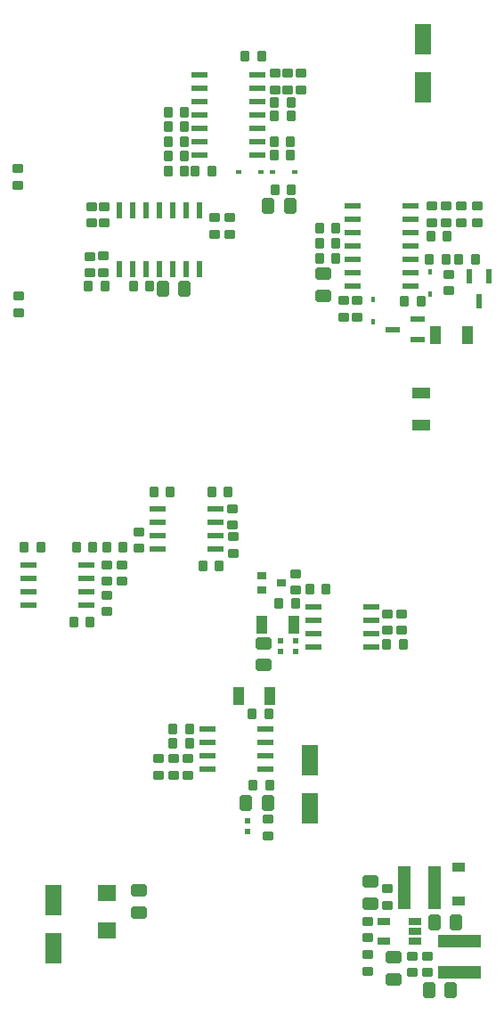
<source format=gbp>
G04*
G04 #@! TF.GenerationSoftware,Altium Limited,Altium Designer,23.4.1 (23)*
G04*
G04 Layer_Color=128*
%FSLAX25Y25*%
%MOIN*%
G70*
G04*
G04 #@! TF.SameCoordinates,B679403E-95BF-4892-A0A7-9FFFC668BED6*
G04*
G04*
G04 #@! TF.FilePolarity,Positive*
G04*
G01*
G75*
G04:AMPARAMS|DCode=17|XSize=39.37mil|YSize=31.5mil|CornerRadius=3.94mil|HoleSize=0mil|Usage=FLASHONLY|Rotation=270.000|XOffset=0mil|YOffset=0mil|HoleType=Round|Shape=RoundedRectangle|*
%AMROUNDEDRECTD17*
21,1,0.03937,0.02362,0,0,270.0*
21,1,0.03150,0.03150,0,0,270.0*
1,1,0.00787,-0.01181,-0.01575*
1,1,0.00787,-0.01181,0.01575*
1,1,0.00787,0.01181,0.01575*
1,1,0.00787,0.01181,-0.01575*
%
%ADD17ROUNDEDRECTD17*%
%ADD18R,0.05709X0.02362*%
%ADD19R,0.02323X0.01772*%
G04:AMPARAMS|DCode=20|XSize=68.9mil|YSize=43.31mil|CornerRadius=5.41mil|HoleSize=0mil|Usage=FLASHONLY|Rotation=0.000|XOffset=0mil|YOffset=0mil|HoleType=Round|Shape=RoundedRectangle|*
%AMROUNDEDRECTD20*
21,1,0.06890,0.03248,0,0,0.0*
21,1,0.05807,0.04331,0,0,0.0*
1,1,0.01083,0.02904,-0.01624*
1,1,0.01083,-0.02904,-0.01624*
1,1,0.01083,-0.02904,0.01624*
1,1,0.01083,0.02904,0.01624*
%
%ADD20ROUNDEDRECTD20*%
G04:AMPARAMS|DCode=21|XSize=59.06mil|YSize=45.28mil|CornerRadius=5.66mil|HoleSize=0mil|Usage=FLASHONLY|Rotation=270.000|XOffset=0mil|YOffset=0mil|HoleType=Round|Shape=RoundedRectangle|*
%AMROUNDEDRECTD21*
21,1,0.05906,0.03396,0,0,270.0*
21,1,0.04774,0.04528,0,0,270.0*
1,1,0.01132,-0.01698,-0.02387*
1,1,0.01132,-0.01698,0.02387*
1,1,0.01132,0.01698,0.02387*
1,1,0.01132,0.01698,-0.02387*
%
%ADD21ROUNDEDRECTD21*%
G04:AMPARAMS|DCode=23|XSize=59.06mil|YSize=45.28mil|CornerRadius=5.66mil|HoleSize=0mil|Usage=FLASHONLY|Rotation=0.000|XOffset=0mil|YOffset=0mil|HoleType=Round|Shape=RoundedRectangle|*
%AMROUNDEDRECTD23*
21,1,0.05906,0.03396,0,0,0.0*
21,1,0.04774,0.04528,0,0,0.0*
1,1,0.01132,0.02387,-0.01698*
1,1,0.01132,-0.02387,-0.01698*
1,1,0.01132,-0.02387,0.01698*
1,1,0.01132,0.02387,0.01698*
%
%ADD23ROUNDEDRECTD23*%
%ADD24R,0.06600X0.06000*%
G04:AMPARAMS|DCode=27|XSize=39.37mil|YSize=31.5mil|CornerRadius=3.94mil|HoleSize=0mil|Usage=FLASHONLY|Rotation=0.000|XOffset=0mil|YOffset=0mil|HoleType=Round|Shape=RoundedRectangle|*
%AMROUNDEDRECTD27*
21,1,0.03937,0.02362,0,0,0.0*
21,1,0.03150,0.03150,0,0,0.0*
1,1,0.00787,0.01575,-0.01181*
1,1,0.00787,-0.01575,-0.01181*
1,1,0.00787,-0.01575,0.01181*
1,1,0.00787,0.01575,0.01181*
%
%ADD27ROUNDEDRECTD27*%
G04:AMPARAMS|DCode=77|XSize=68.9mil|YSize=43.31mil|CornerRadius=5.41mil|HoleSize=0mil|Usage=FLASHONLY|Rotation=270.000|XOffset=0mil|YOffset=0mil|HoleType=Round|Shape=RoundedRectangle|*
%AMROUNDEDRECTD77*
21,1,0.06890,0.03248,0,0,270.0*
21,1,0.05807,0.04331,0,0,270.0*
1,1,0.01083,-0.01624,-0.02904*
1,1,0.01083,-0.01624,0.02904*
1,1,0.01083,0.01624,0.02904*
1,1,0.01083,0.01624,-0.02904*
%
%ADD77ROUNDEDRECTD77*%
%ADD78R,0.02284X0.05984*%
%ADD79R,0.01772X0.02323*%
%ADD80R,0.05984X0.02284*%
%ADD81R,0.05984X0.02362*%
%ADD82R,0.03543X0.02756*%
%ADD83R,0.02362X0.02362*%
%ADD84R,0.02362X0.05709*%
G04:AMPARAMS|DCode=85|XSize=25.59mil|YSize=47.24mil|CornerRadius=1.92mil|HoleSize=0mil|Usage=FLASHONLY|Rotation=90.000|XOffset=0mil|YOffset=0mil|HoleType=Round|Shape=RoundedRectangle|*
%AMROUNDEDRECTD85*
21,1,0.02559,0.04341,0,0,90.0*
21,1,0.02175,0.04724,0,0,90.0*
1,1,0.00384,0.02170,0.01088*
1,1,0.00384,0.02170,-0.01088*
1,1,0.00384,-0.02170,-0.01088*
1,1,0.00384,-0.02170,0.01088*
%
%ADD85ROUNDEDRECTD85*%
%ADD86R,0.16299X0.04921*%
%ADD87R,0.04803X0.03583*%
%ADD88R,0.06496X0.11614*%
%ADD89R,0.04921X0.16299*%
D17*
X150098Y267520D02*
D03*
X143898D02*
D03*
X48572Y273228D02*
D03*
X42372D02*
D03*
X25542Y273327D02*
D03*
X31742D02*
D03*
X159546Y283169D02*
D03*
X153347D02*
D03*
X170423D02*
D03*
X164223D02*
D03*
X55365Y338386D02*
D03*
X61565D02*
D03*
Y321949D02*
D03*
X55365D02*
D03*
Y316437D02*
D03*
X61565D02*
D03*
X65601D02*
D03*
X71801D02*
D03*
X55365Y327461D02*
D03*
X61565D02*
D03*
X55365Y332874D02*
D03*
X61565D02*
D03*
X56318Y196457D02*
D03*
X50118D02*
D03*
X108416Y159991D02*
D03*
X114616D02*
D03*
X137156Y139272D02*
D03*
X143356D02*
D03*
X103051Y154528D02*
D03*
X96851D02*
D03*
X63386Y102362D02*
D03*
X57186D02*
D03*
X63386Y107480D02*
D03*
X57186D02*
D03*
X159940Y291929D02*
D03*
X153740D02*
D03*
X118257Y289173D02*
D03*
X112057D02*
D03*
X95030Y322342D02*
D03*
X101230D02*
D03*
X27313Y175591D02*
D03*
X21113D02*
D03*
X32383D02*
D03*
X38583D02*
D03*
X1526D02*
D03*
X7726D02*
D03*
X20128Y147539D02*
D03*
X26328D02*
D03*
X93386Y86614D02*
D03*
X87186D02*
D03*
X77903Y196457D02*
D03*
X71703D02*
D03*
X74685Y168602D02*
D03*
X68485D02*
D03*
X101624Y309449D02*
D03*
X95424D02*
D03*
X95177Y341929D02*
D03*
X101377D02*
D03*
X95030Y327264D02*
D03*
X101230D02*
D03*
X90433Y359252D02*
D03*
X84233D02*
D03*
X87008Y113386D02*
D03*
X93208D02*
D03*
X118257Y283661D02*
D03*
X112057D02*
D03*
X118257Y295079D02*
D03*
X112057D02*
D03*
X101377Y337106D02*
D03*
X95177D02*
D03*
D18*
X148917Y260827D02*
D03*
Y253346D02*
D03*
X139665Y257087D02*
D03*
D19*
X81890Y315846D02*
D03*
X90197D02*
D03*
X94468D02*
D03*
X102776D02*
D03*
D20*
X150197Y221457D02*
D03*
Y233268D02*
D03*
D21*
X53543Y272146D02*
D03*
X61614D02*
D03*
X155020Y35433D02*
D03*
X163091D02*
D03*
X153150Y9843D02*
D03*
X161221D02*
D03*
X84626Y79921D02*
D03*
X92697D02*
D03*
X93012Y303150D02*
D03*
X101083D02*
D03*
D23*
X91339Y131595D02*
D03*
Y139665D02*
D03*
X139764Y14075D02*
D03*
Y22146D02*
D03*
X131102Y42421D02*
D03*
Y50492D02*
D03*
X44488Y39075D02*
D03*
Y47146D02*
D03*
X113583Y269783D02*
D03*
Y277854D02*
D03*
D24*
X32677Y32409D02*
D03*
Y46409D02*
D03*
D27*
X-591Y263435D02*
D03*
Y269635D02*
D03*
X-689Y311024D02*
D03*
Y317224D02*
D03*
X72933Y292668D02*
D03*
Y298868D02*
D03*
X26280Y284399D02*
D03*
Y278199D02*
D03*
X31201Y284498D02*
D03*
Y278298D02*
D03*
X78445Y298868D02*
D03*
Y292668D02*
D03*
X31496Y303100D02*
D03*
Y296900D02*
D03*
X26772Y303100D02*
D03*
Y296900D02*
D03*
X121063Y261713D02*
D03*
Y267913D02*
D03*
X126279Y261713D02*
D03*
Y267913D02*
D03*
X38189Y162943D02*
D03*
Y169143D02*
D03*
X103150Y159597D02*
D03*
Y165797D02*
D03*
X142962Y144538D02*
D03*
Y150738D02*
D03*
X137550Y144538D02*
D03*
Y150738D02*
D03*
X79626Y183908D02*
D03*
Y190108D02*
D03*
X154134Y303297D02*
D03*
Y297097D02*
D03*
X171063Y303297D02*
D03*
Y297097D02*
D03*
X160433Y277706D02*
D03*
Y271506D02*
D03*
X159646Y303297D02*
D03*
Y297097D02*
D03*
X165157Y303297D02*
D03*
Y297097D02*
D03*
X152362Y16585D02*
D03*
Y22785D02*
D03*
X146850D02*
D03*
Y16585D02*
D03*
X137402Y41782D02*
D03*
Y47982D02*
D03*
X130315Y23179D02*
D03*
Y16979D02*
D03*
Y35777D02*
D03*
Y29577D02*
D03*
X32677Y162943D02*
D03*
Y169143D02*
D03*
Y151526D02*
D03*
Y157726D02*
D03*
X57480Y90354D02*
D03*
Y96554D02*
D03*
X44587Y175197D02*
D03*
Y181397D02*
D03*
X79724Y173278D02*
D03*
Y179478D02*
D03*
X92992Y73966D02*
D03*
Y67766D02*
D03*
X62992Y96554D02*
D03*
Y90354D02*
D03*
X51968D02*
D03*
Y96554D02*
D03*
X95571Y352978D02*
D03*
Y346778D02*
D03*
X100295D02*
D03*
Y352978D02*
D03*
X105020Y346778D02*
D03*
Y352978D02*
D03*
D77*
X167421Y255118D02*
D03*
X155610D02*
D03*
X90551Y146653D02*
D03*
X102362D02*
D03*
X93504Y120079D02*
D03*
X81693D02*
D03*
D78*
X67165Y279784D02*
D03*
X62165D02*
D03*
X57165D02*
D03*
X52165D02*
D03*
X47165D02*
D03*
X42165D02*
D03*
X37165D02*
D03*
X67165Y301516D02*
D03*
X62165D02*
D03*
X57165D02*
D03*
X52165D02*
D03*
X47165D02*
D03*
X42165D02*
D03*
X37165D02*
D03*
D79*
X153543Y278760D02*
D03*
Y270453D02*
D03*
X132283Y268327D02*
D03*
Y260020D02*
D03*
D80*
X67283Y322303D02*
D03*
Y327303D02*
D03*
Y332303D02*
D03*
Y337303D02*
D03*
Y342303D02*
D03*
Y347303D02*
D03*
Y352303D02*
D03*
X89016Y322303D02*
D03*
Y327303D02*
D03*
Y332303D02*
D03*
Y337303D02*
D03*
Y342303D02*
D03*
Y347303D02*
D03*
Y352303D02*
D03*
X124370Y273386D02*
D03*
Y278386D02*
D03*
Y283386D02*
D03*
Y288386D02*
D03*
Y293386D02*
D03*
Y298386D02*
D03*
Y303386D02*
D03*
X146102Y273386D02*
D03*
Y278386D02*
D03*
Y283386D02*
D03*
Y288386D02*
D03*
Y293386D02*
D03*
Y298386D02*
D03*
Y303386D02*
D03*
D81*
X51535Y174980D02*
D03*
Y179980D02*
D03*
Y184980D02*
D03*
Y189980D02*
D03*
X73268Y174980D02*
D03*
Y179980D02*
D03*
Y184980D02*
D03*
Y189980D02*
D03*
X131437Y153366D02*
D03*
Y148366D02*
D03*
Y143366D02*
D03*
Y138366D02*
D03*
X109705Y153366D02*
D03*
Y148366D02*
D03*
Y143366D02*
D03*
Y138366D02*
D03*
X24941Y168819D02*
D03*
Y163819D02*
D03*
Y158819D02*
D03*
Y153819D02*
D03*
X3209Y168819D02*
D03*
Y163819D02*
D03*
Y158819D02*
D03*
Y153819D02*
D03*
X91969Y107500D02*
D03*
Y102500D02*
D03*
Y97500D02*
D03*
Y92500D02*
D03*
X70236Y107500D02*
D03*
Y102500D02*
D03*
Y97500D02*
D03*
Y92500D02*
D03*
D82*
X90453Y159787D02*
D03*
Y164906D02*
D03*
X97933Y162346D02*
D03*
D83*
X103051Y140748D02*
D03*
Y136811D02*
D03*
X97539Y140748D02*
D03*
Y136811D02*
D03*
X85039Y69291D02*
D03*
Y73228D02*
D03*
D84*
X171850Y267612D02*
D03*
X175591Y276864D02*
D03*
X168110D02*
D03*
D85*
X147933Y35630D02*
D03*
Y31890D02*
D03*
Y28150D02*
D03*
X136319D02*
D03*
Y35630D02*
D03*
D86*
X164567Y28169D02*
D03*
Y16713D02*
D03*
D87*
X164173Y43307D02*
D03*
Y55905D02*
D03*
D88*
X150984Y347638D02*
D03*
Y365551D02*
D03*
X108661Y78051D02*
D03*
Y95965D02*
D03*
X12598Y43602D02*
D03*
Y25689D02*
D03*
D89*
X155335Y48425D02*
D03*
X143878D02*
D03*
M02*

</source>
